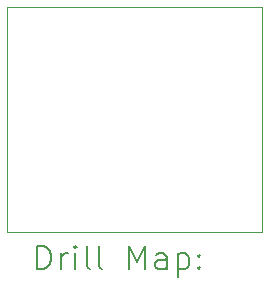
<source format=gbr>
%TF.GenerationSoftware,KiCad,Pcbnew,8.0.5*%
%TF.CreationDate,2024-12-14T16:31:42-08:00*%
%TF.ProjectId,ADS8684 Breakout Board,41445338-3638-4342-9042-7265616b6f75,rev?*%
%TF.SameCoordinates,Original*%
%TF.FileFunction,Drillmap*%
%TF.FilePolarity,Positive*%
%FSLAX45Y45*%
G04 Gerber Fmt 4.5, Leading zero omitted, Abs format (unit mm)*
G04 Created by KiCad (PCBNEW 8.0.5) date 2024-12-14 16:31:42*
%MOMM*%
%LPD*%
G01*
G04 APERTURE LIST*
%ADD10C,0.050000*%
%ADD11C,0.200000*%
G04 APERTURE END LIST*
D10*
X2540000Y-2540000D02*
X4699000Y-2540000D01*
X4699000Y-4445000D01*
X2540000Y-4445000D01*
X2540000Y-2540000D01*
D11*
X2798277Y-4758984D02*
X2798277Y-4558984D01*
X2798277Y-4558984D02*
X2845896Y-4558984D01*
X2845896Y-4558984D02*
X2874467Y-4568508D01*
X2874467Y-4568508D02*
X2893515Y-4587555D01*
X2893515Y-4587555D02*
X2903039Y-4606603D01*
X2903039Y-4606603D02*
X2912562Y-4644698D01*
X2912562Y-4644698D02*
X2912562Y-4673270D01*
X2912562Y-4673270D02*
X2903039Y-4711365D01*
X2903039Y-4711365D02*
X2893515Y-4730412D01*
X2893515Y-4730412D02*
X2874467Y-4749460D01*
X2874467Y-4749460D02*
X2845896Y-4758984D01*
X2845896Y-4758984D02*
X2798277Y-4758984D01*
X2998277Y-4758984D02*
X2998277Y-4625650D01*
X2998277Y-4663746D02*
X3007801Y-4644698D01*
X3007801Y-4644698D02*
X3017324Y-4635174D01*
X3017324Y-4635174D02*
X3036372Y-4625650D01*
X3036372Y-4625650D02*
X3055420Y-4625650D01*
X3122086Y-4758984D02*
X3122086Y-4625650D01*
X3122086Y-4558984D02*
X3112562Y-4568508D01*
X3112562Y-4568508D02*
X3122086Y-4578031D01*
X3122086Y-4578031D02*
X3131610Y-4568508D01*
X3131610Y-4568508D02*
X3122086Y-4558984D01*
X3122086Y-4558984D02*
X3122086Y-4578031D01*
X3245896Y-4758984D02*
X3226848Y-4749460D01*
X3226848Y-4749460D02*
X3217324Y-4730412D01*
X3217324Y-4730412D02*
X3217324Y-4558984D01*
X3350658Y-4758984D02*
X3331610Y-4749460D01*
X3331610Y-4749460D02*
X3322086Y-4730412D01*
X3322086Y-4730412D02*
X3322086Y-4558984D01*
X3579229Y-4758984D02*
X3579229Y-4558984D01*
X3579229Y-4558984D02*
X3645896Y-4701841D01*
X3645896Y-4701841D02*
X3712562Y-4558984D01*
X3712562Y-4558984D02*
X3712562Y-4758984D01*
X3893515Y-4758984D02*
X3893515Y-4654222D01*
X3893515Y-4654222D02*
X3883991Y-4635174D01*
X3883991Y-4635174D02*
X3864943Y-4625650D01*
X3864943Y-4625650D02*
X3826848Y-4625650D01*
X3826848Y-4625650D02*
X3807801Y-4635174D01*
X3893515Y-4749460D02*
X3874467Y-4758984D01*
X3874467Y-4758984D02*
X3826848Y-4758984D01*
X3826848Y-4758984D02*
X3807801Y-4749460D01*
X3807801Y-4749460D02*
X3798277Y-4730412D01*
X3798277Y-4730412D02*
X3798277Y-4711365D01*
X3798277Y-4711365D02*
X3807801Y-4692317D01*
X3807801Y-4692317D02*
X3826848Y-4682793D01*
X3826848Y-4682793D02*
X3874467Y-4682793D01*
X3874467Y-4682793D02*
X3893515Y-4673270D01*
X3988753Y-4625650D02*
X3988753Y-4825650D01*
X3988753Y-4635174D02*
X4007801Y-4625650D01*
X4007801Y-4625650D02*
X4045896Y-4625650D01*
X4045896Y-4625650D02*
X4064943Y-4635174D01*
X4064943Y-4635174D02*
X4074467Y-4644698D01*
X4074467Y-4644698D02*
X4083991Y-4663746D01*
X4083991Y-4663746D02*
X4083991Y-4720889D01*
X4083991Y-4720889D02*
X4074467Y-4739936D01*
X4074467Y-4739936D02*
X4064943Y-4749460D01*
X4064943Y-4749460D02*
X4045896Y-4758984D01*
X4045896Y-4758984D02*
X4007801Y-4758984D01*
X4007801Y-4758984D02*
X3988753Y-4749460D01*
X4169705Y-4739936D02*
X4179229Y-4749460D01*
X4179229Y-4749460D02*
X4169705Y-4758984D01*
X4169705Y-4758984D02*
X4160182Y-4749460D01*
X4160182Y-4749460D02*
X4169705Y-4739936D01*
X4169705Y-4739936D02*
X4169705Y-4758984D01*
X4169705Y-4635174D02*
X4179229Y-4644698D01*
X4179229Y-4644698D02*
X4169705Y-4654222D01*
X4169705Y-4654222D02*
X4160182Y-4644698D01*
X4160182Y-4644698D02*
X4169705Y-4635174D01*
X4169705Y-4635174D02*
X4169705Y-4654222D01*
M02*

</source>
